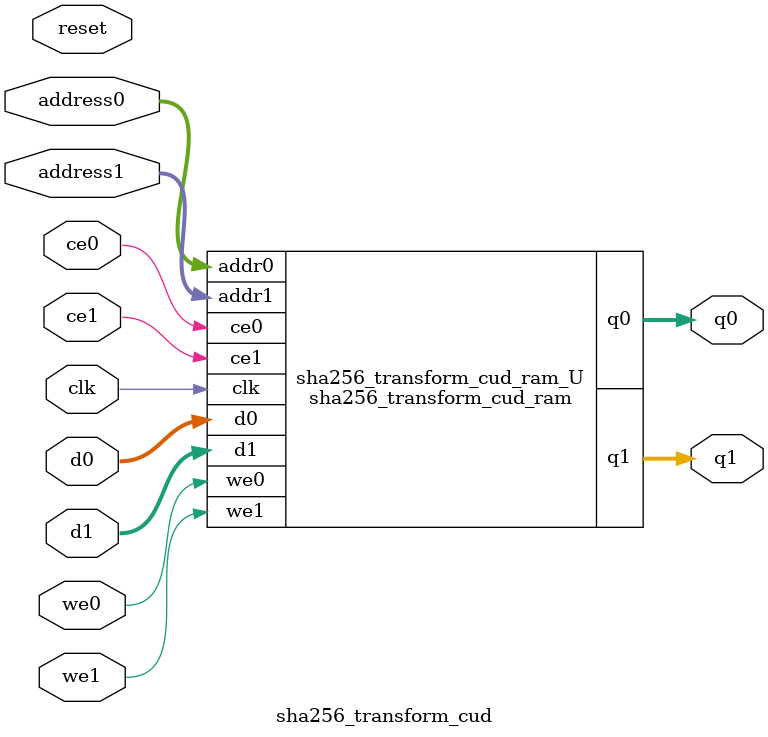
<source format=v>
`timescale 1 ns / 1 ps
module sha256_transform_cud_ram (addr0, ce0, d0, we0, q0, addr1, ce1, d1, we1, q1,  clk);

parameter DWIDTH = 32;
parameter AWIDTH = 6;
parameter MEM_SIZE = 64;

input[AWIDTH-1:0] addr0;
input ce0;
input[DWIDTH-1:0] d0;
input we0;
output reg[DWIDTH-1:0] q0;
input[AWIDTH-1:0] addr1;
input ce1;
input[DWIDTH-1:0] d1;
input we1;
output reg[DWIDTH-1:0] q1;
input clk;

(* ram_style = "block" *)reg [DWIDTH-1:0] ram[0:MEM_SIZE-1];




always @(posedge clk)  
begin 
    if (ce0) begin
        if (we0) 
            ram[addr0] <= d0; 
        q0 <= ram[addr0];
    end
end


always @(posedge clk)  
begin 
    if (ce1) begin
        if (we1) 
            ram[addr1] <= d1; 
        q1 <= ram[addr1];
    end
end


endmodule

`timescale 1 ns / 1 ps
module sha256_transform_cud(
    reset,
    clk,
    address0,
    ce0,
    we0,
    d0,
    q0,
    address1,
    ce1,
    we1,
    d1,
    q1);

parameter DataWidth = 32'd32;
parameter AddressRange = 32'd64;
parameter AddressWidth = 32'd6;
input reset;
input clk;
input[AddressWidth - 1:0] address0;
input ce0;
input we0;
input[DataWidth - 1:0] d0;
output[DataWidth - 1:0] q0;
input[AddressWidth - 1:0] address1;
input ce1;
input we1;
input[DataWidth - 1:0] d1;
output[DataWidth - 1:0] q1;



sha256_transform_cud_ram sha256_transform_cud_ram_U(
    .clk( clk ),
    .addr0( address0 ),
    .ce0( ce0 ),
    .we0( we0 ),
    .d0( d0 ),
    .q0( q0 ),
    .addr1( address1 ),
    .ce1( ce1 ),
    .we1( we1 ),
    .d1( d1 ),
    .q1( q1 ));

endmodule


</source>
